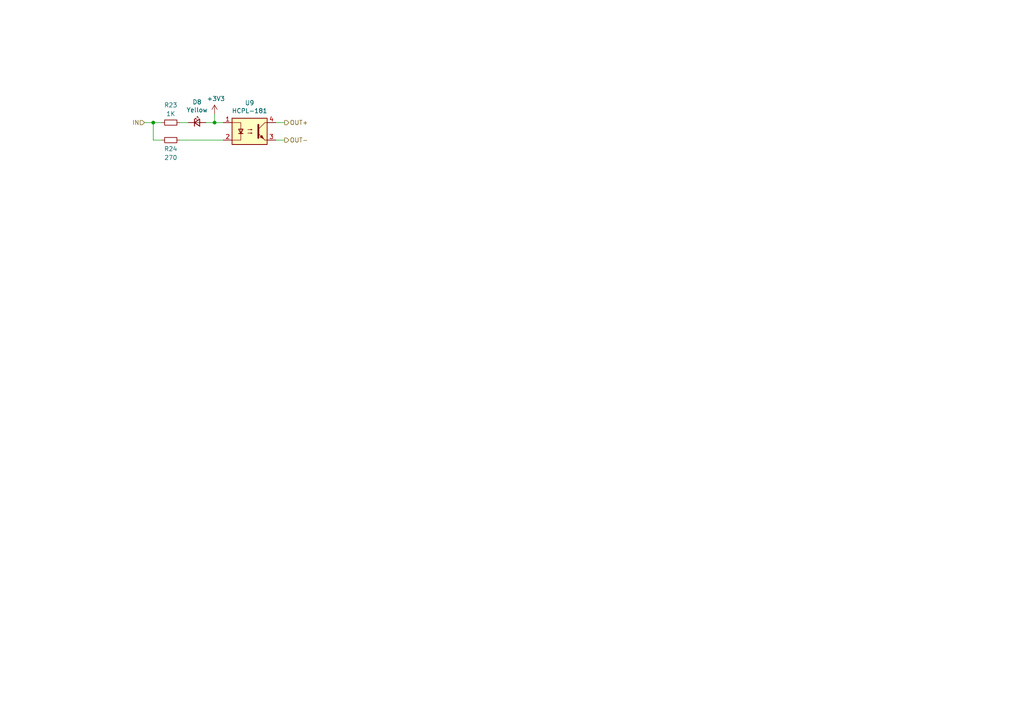
<source format=kicad_sch>
(kicad_sch (version 20211123) (generator eeschema)
  (paper "A4")
  (lib_symbols
    (symbol "Device:LED_Small" (pin_numbers hide) (pin_names (offset 0.254) hide)
      (property "Reference" "D" (at -1.27 3.175 0))
      (property "Value" "LED_Small" (at -4.445 -2.54 0))
      (symbol "LED_Small_0_1"
        (polyline (pts (xy -0.762 -1.016) (xy -0.762 1.016)) (stroke (width 0.254)))
        (polyline (pts (xy 1.016 0) (xy -0.762 0)))
        (polyline (pts (xy 0.762 -1.016) (xy -0.762 0) (xy 0.762 1.016) (xy 0.762 -1.016)) (stroke (width 0.254)))
        (polyline (pts (xy 0 0.762) (xy -0.508 1.27) (xy -0.254 1.27) (xy -0.508 1.27) (xy -0.508 1.016)))
        (polyline (pts (xy 0.508 1.27) (xy 0 1.778) (xy 0.254 1.778) (xy 0 1.778) (xy 0 1.524)))
      )
      (symbol "LED_Small_1_1"
        (pin passive line (at -2.54 0 0) (length 1.778) (name "K") (number "1"))
        (pin passive line (at 2.54 0 180) (length 1.778) (name "A") (number "2"))
      )
    )
    (symbol "Device:R_Small" (pin_numbers hide) (pin_names (offset 0.254) hide)
      (property "Reference" "R" (at 0.762 0.508 0))
      (property "Value" "R_Small" (at 0.762 -1.016 0))
      (symbol "R_Small_0_1"
        (rectangle (start -0.762 1.778) (end 0.762 -1.778) (stroke (width 0.2032)))
      )
      (symbol "R_Small_1_1"
        (pin passive line (at 0 2.54 270) (length 0.762) (name "~") (number "1"))
        (pin passive line (at 0 -2.54 90) (length 0.762) (name "~") (number "2"))
      )
    )
    (symbol "Isolator:PC817" (pin_names (offset 1.016))
      (property "Reference" "U" (at -5.08 5.08 0))
      (property "Value" "PC817" (at 0 5.08 0))
      (symbol "PC817_0_1"
        (rectangle (start -5.08 3.81) (end 5.08 -3.81) (stroke (width 0.254)) (fill (type background)))
        (polyline (pts (xy -3.175 -0.635) (xy -1.905 -0.635)) (stroke (width 0.254)))
        (polyline (pts (xy 2.54 0.635) (xy 4.445 2.54)))
        (polyline (pts (xy 4.445 -2.54) (xy 2.54 -0.635)) (fill (type outline)))
        (polyline (pts (xy 4.445 -2.54) (xy 5.08 -2.54)))
        (polyline (pts (xy 4.445 2.54) (xy 5.08 2.54)))
        (polyline (pts (xy -5.08 2.54) (xy -2.54 2.54) (xy -2.54 -0.635)))
        (polyline (pts (xy -2.54 -0.635) (xy -2.54 -2.54) (xy -5.08 -2.54)))
        (polyline (pts (xy 2.54 1.905) (xy 2.54 -1.905) (xy 2.54 -1.905)) (stroke (width 0.508)))
        (polyline (pts (xy -2.54 -0.635) (xy -3.175 0.635) (xy -1.905 0.635) (xy -2.54 -0.635)) (stroke (width 0.254)))
        (polyline (pts (xy -0.508 -0.508) (xy 0.762 -0.508) (xy 0.381 -0.635) (xy 0.381 -0.381) (xy 0.762 -0.508)))
        (polyline (pts (xy -0.508 0.508) (xy 0.762 0.508) (xy 0.381 0.381) (xy 0.381 0.635) (xy 0.762 0.508)))
        (polyline (pts (xy 3.048 -1.651) (xy 3.556 -1.143) (xy 4.064 -2.159) (xy 3.048 -1.651) (xy 3.048 -1.651)) (fill (type outline)))
      )
      (symbol "PC817_1_1"
        (pin passive line (at -7.62 2.54 0) (length 2.54) (name "~") (number "1"))
        (pin passive line (at -7.62 -2.54 0) (length 2.54) (name "~") (number "2"))
        (pin passive line (at 7.62 -2.54 180) (length 2.54) (name "~") (number "3"))
        (pin passive line (at 7.62 2.54 180) (length 2.54) (name "~") (number "4"))
      )
    )
    (symbol "power:+3V3" (power) (pin_names (offset 0))
      (property "Value" "+3V3" (at 0 3.556 0))
      (symbol "+3V3_0_1"
        (polyline (pts (xy -0.762 1.27) (xy 0 2.54)))
        (polyline (pts (xy 0 0) (xy 0 2.54)))
        (polyline (pts (xy 0 2.54) (xy 0.762 1.27)))
      )
      (symbol "+3V3_1_1"
        (pin power_in line (at 0 0 90) (length 0) hide (name "+3V3") (number "1"))
      )
    )
  )
  (junction (at 44.45 35.56))
  (junction (at 62.23 35.56))
  (wire (pts (xy 41.91 35.56) (xy 44.45 35.56)))
  (wire (pts (xy 46.99 35.56) (xy 44.45 35.56)))
  (wire (pts (xy 52.07 40.64) (xy 64.77 40.64)))
  (wire (pts (xy 80.01 40.64) (xy 82.55 40.64)))
  (wire (pts (xy 80.01 35.56) (xy 82.55 35.56)))
  (wire (pts (xy 59.69 35.56) (xy 62.23 35.56)))
  (wire (pts (xy 46.99 40.64) (xy 44.45 40.64)))
  (wire (pts (xy 64.77 35.56) (xy 62.23 35.56)))
  (wire (pts (xy 44.45 40.64) (xy 44.45 35.56)))
  (wire (pts (xy 54.61 35.56) (xy 52.07 35.56)))
  (wire (pts (xy 62.23 35.56) (xy 62.23 33.02)))
  (hierarchical_label "IN" (shape input) (at 41.91 35.56 180))
  (hierarchical_label "OUT+" (shape output) (at 82.55 35.56 0))
  (hierarchical_label "OUT-" (shape output) (at 82.55 40.64 0))
  (symbol (lib_id "Device:R_Small") (at 49.53 35.56 90)
    (property "Reference" "R23" (at 49.53 30.48 90))
    (property "Value" "1K" (at 49.53 33.02 90))
    (property "Footprint" "Resistor_SMD:R_0603_1608Metric_Pad1.05x0.95mm_HandSolder" (effects hide))
  )
  (symbol (lib_id "power:+3V3") (at 62.23 33.02 0)
    (property "Reference" "#PWR040" (effects hide))
    (property "Value" "+3V3" (at 62.611 28.6258 0))
  )
  (symbol (lib_id "Device:LED_Small") (at 57.15 35.56 0)
    (property "Reference" "D8" (at 57.15 29.591 0))
    (property "Value" "Yellow" (at 57.15 31.9024 0))
    (property "Footprint" "LED_SMD:LED_0603_1608Metric_Castellated" (effects hide))
  )
  (symbol (lib_id "Device:R_Small") (at 49.53 40.64 90)
    (property "Reference" "R24" (at 49.53 43.18 90))
    (property "Value" "270" (at 49.53 45.72 90))
    (property "Footprint" "Resistor_SMD:R_0603_1608Metric_Pad1.05x0.95mm_HandSolder" (effects hide))
  )
  (symbol (lib_id "Isolator:PC817") (at 72.39 38.1 0)
    (property "Reference" "U9" (at 72.39 29.845 0))
    (property "Value" "HCPL-181" (at 72.39 32.1564 0))
    (property "Footprint" "Package_DIP:SMDIP-4_W7.62mm" (effects hide))
    (property "Datasheet" "http://www.soselectronic.cz/a_info/resource/d/pc817.pdf" (effects hide))
  )
)
</source>
